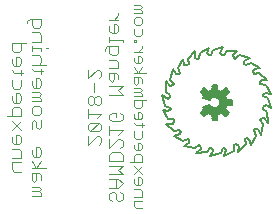
<source format=gbo>
G75*
%MOIN*%
%OFA0B0*%
%FSLAX25Y25*%
%IPPOS*%
%LPD*%
%AMOC8*
5,1,8,0,0,1.08239X$1,22.5*
%
%ADD10C,0.00400*%
%ADD11C,0.00300*%
%ADD12C,0.00787*%
%ADD13C,0.00591*%
D10*
X0024371Y0015291D02*
X0027441Y0015291D01*
X0027441Y0016058D01*
X0026673Y0016825D01*
X0027441Y0017593D01*
X0026673Y0018360D01*
X0024371Y0018360D01*
X0024371Y0016825D02*
X0026673Y0016825D01*
X0025139Y0019895D02*
X0025906Y0020662D01*
X0025906Y0022964D01*
X0026673Y0022964D02*
X0024371Y0022964D01*
X0024371Y0020662D01*
X0025139Y0019895D01*
X0027441Y0020662D02*
X0027441Y0022197D01*
X0026673Y0022964D01*
X0025906Y0024499D02*
X0027441Y0026801D01*
X0025906Y0024499D02*
X0024371Y0026801D01*
X0025139Y0028335D02*
X0026673Y0028335D01*
X0027441Y0029103D01*
X0027441Y0030637D01*
X0026673Y0031404D01*
X0025906Y0031404D01*
X0025906Y0028335D01*
X0025139Y0028335D02*
X0024371Y0029103D01*
X0024371Y0030637D01*
X0020791Y0030254D02*
X0020023Y0031021D01*
X0017721Y0031021D01*
X0018489Y0032555D02*
X0020023Y0032555D01*
X0020791Y0033323D01*
X0020791Y0034857D01*
X0020023Y0035625D01*
X0019256Y0035625D01*
X0019256Y0032555D01*
X0018489Y0032555D02*
X0017721Y0033323D01*
X0017721Y0034857D01*
X0017721Y0037159D02*
X0020791Y0040229D01*
X0020791Y0041763D02*
X0020791Y0044065D01*
X0020023Y0044833D01*
X0018489Y0044833D01*
X0017721Y0044065D01*
X0017721Y0041763D01*
X0016187Y0041763D02*
X0020791Y0041763D01*
X0017721Y0040229D02*
X0020791Y0037159D01*
X0024371Y0037543D02*
X0024371Y0039845D01*
X0025139Y0040612D01*
X0025906Y0039845D01*
X0025906Y0038310D01*
X0026673Y0037543D01*
X0027441Y0038310D01*
X0027441Y0040612D01*
X0026673Y0042147D02*
X0025139Y0042147D01*
X0024371Y0042914D01*
X0024371Y0044449D01*
X0025139Y0045216D01*
X0026673Y0045216D01*
X0027441Y0044449D01*
X0027441Y0042914D01*
X0026673Y0042147D01*
X0020791Y0047135D02*
X0020023Y0046367D01*
X0018489Y0046367D01*
X0017721Y0047135D01*
X0017721Y0048669D01*
X0019256Y0049437D02*
X0019256Y0046367D01*
X0020791Y0047135D02*
X0020791Y0048669D01*
X0020023Y0049437D01*
X0019256Y0049437D01*
X0018489Y0050971D02*
X0017721Y0051738D01*
X0017721Y0054040D01*
X0020791Y0054040D02*
X0020791Y0051738D01*
X0020023Y0050971D01*
X0018489Y0050971D01*
X0024371Y0049820D02*
X0026673Y0049820D01*
X0027441Y0049053D01*
X0026673Y0048286D01*
X0024371Y0048286D01*
X0024371Y0046751D02*
X0027441Y0046751D01*
X0027441Y0047518D01*
X0026673Y0048286D01*
X0026673Y0051355D02*
X0025139Y0051355D01*
X0024371Y0052122D01*
X0024371Y0053657D01*
X0025906Y0054424D02*
X0025906Y0051355D01*
X0026673Y0051355D02*
X0027441Y0052122D01*
X0027441Y0053657D01*
X0026673Y0054424D01*
X0025906Y0054424D01*
X0027441Y0055959D02*
X0027441Y0057493D01*
X0028208Y0056726D02*
X0025139Y0056726D01*
X0024371Y0057493D01*
X0024371Y0059028D02*
X0028975Y0059028D01*
X0027441Y0059795D02*
X0027441Y0061330D01*
X0026673Y0062097D01*
X0024371Y0062097D01*
X0024371Y0063632D02*
X0024371Y0065167D01*
X0024371Y0064399D02*
X0027441Y0064399D01*
X0027441Y0063632D01*
X0028975Y0064399D02*
X0029743Y0064399D01*
X0027441Y0066701D02*
X0024371Y0066701D01*
X0022325Y0066318D02*
X0017721Y0066318D01*
X0017721Y0064016D01*
X0018489Y0063248D01*
X0020023Y0063248D01*
X0020791Y0064016D01*
X0020791Y0066318D01*
X0024371Y0069771D02*
X0026673Y0069771D01*
X0027441Y0069003D01*
X0027441Y0066701D01*
X0026673Y0071305D02*
X0025139Y0071305D01*
X0024371Y0072072D01*
X0024371Y0074374D01*
X0023604Y0074374D02*
X0027441Y0074374D01*
X0027441Y0072072D01*
X0026673Y0071305D01*
X0022837Y0072840D02*
X0022837Y0073607D01*
X0023604Y0074374D01*
X0020023Y0061714D02*
X0019256Y0061714D01*
X0019256Y0058644D01*
X0018489Y0058644D02*
X0020023Y0058644D01*
X0020791Y0059412D01*
X0020791Y0060946D01*
X0020023Y0061714D01*
X0017721Y0060946D02*
X0017721Y0059412D01*
X0018489Y0058644D01*
X0017721Y0057110D02*
X0018489Y0056342D01*
X0021558Y0056342D01*
X0020791Y0055575D02*
X0020791Y0057110D01*
X0026673Y0059028D02*
X0027441Y0059795D01*
X0043046Y0057375D02*
X0043046Y0054440D01*
X0045982Y0057375D01*
X0046716Y0057375D01*
X0047450Y0056641D01*
X0047450Y0055173D01*
X0046716Y0054440D01*
X0045248Y0052956D02*
X0045248Y0050020D01*
X0044514Y0048536D02*
X0043780Y0048536D01*
X0043046Y0047802D01*
X0043046Y0046334D01*
X0043780Y0045600D01*
X0044514Y0045600D01*
X0045248Y0046334D01*
X0045248Y0047802D01*
X0044514Y0048536D01*
X0045248Y0047802D02*
X0045982Y0048536D01*
X0046716Y0048536D01*
X0047450Y0047802D01*
X0047450Y0046334D01*
X0046716Y0045600D01*
X0045982Y0045600D01*
X0045248Y0046334D01*
X0043046Y0044116D02*
X0043046Y0041180D01*
X0043046Y0042648D02*
X0047450Y0042648D01*
X0045982Y0041180D01*
X0046716Y0039696D02*
X0043780Y0039696D01*
X0043046Y0038962D01*
X0043046Y0037494D01*
X0043780Y0036760D01*
X0046716Y0039696D01*
X0047450Y0038962D01*
X0047450Y0037494D01*
X0046716Y0036760D01*
X0043780Y0036760D01*
X0043046Y0035277D02*
X0043046Y0032341D01*
X0045982Y0035277D01*
X0046716Y0035277D01*
X0047450Y0034543D01*
X0047450Y0033075D01*
X0046716Y0032341D01*
X0050246Y0031236D02*
X0050246Y0034172D01*
X0050246Y0035655D02*
X0050246Y0038591D01*
X0050980Y0040075D02*
X0050246Y0040809D01*
X0050246Y0042277D01*
X0050980Y0043011D01*
X0052448Y0043011D01*
X0052448Y0041543D01*
X0053916Y0040075D02*
X0050980Y0040075D01*
X0053916Y0040075D02*
X0054650Y0040809D01*
X0054650Y0042277D01*
X0053916Y0043011D01*
X0054650Y0037123D02*
X0050246Y0037123D01*
X0053182Y0035655D02*
X0054650Y0037123D01*
X0053916Y0034172D02*
X0053182Y0034172D01*
X0050246Y0031236D01*
X0050980Y0029752D02*
X0053916Y0029752D01*
X0054650Y0029018D01*
X0054650Y0026816D01*
X0050246Y0026816D01*
X0050246Y0029018D01*
X0050980Y0029752D01*
X0053916Y0031236D02*
X0054650Y0031970D01*
X0054650Y0033438D01*
X0053916Y0034172D01*
X0054650Y0025332D02*
X0050246Y0025332D01*
X0053182Y0023864D02*
X0054650Y0025332D01*
X0053182Y0023864D02*
X0054650Y0022396D01*
X0050246Y0022396D01*
X0050246Y0020912D02*
X0053182Y0020912D01*
X0054650Y0019444D01*
X0053182Y0017976D01*
X0050246Y0017976D01*
X0050980Y0016492D02*
X0050246Y0015758D01*
X0050246Y0014291D01*
X0050980Y0013557D01*
X0052448Y0014291D02*
X0052448Y0015758D01*
X0051714Y0016492D01*
X0050980Y0016492D01*
X0052448Y0017976D02*
X0052448Y0020912D01*
X0053916Y0016492D02*
X0054650Y0015758D01*
X0054650Y0014291D01*
X0053916Y0013557D01*
X0053182Y0013557D01*
X0052448Y0014291D01*
X0028975Y0024499D02*
X0024371Y0024499D01*
X0020791Y0023348D02*
X0018489Y0023348D01*
X0017721Y0024115D01*
X0017721Y0026417D01*
X0020791Y0026417D01*
X0020791Y0027952D02*
X0017721Y0027952D01*
X0020791Y0027952D02*
X0020791Y0030254D01*
X0050246Y0048915D02*
X0054650Y0048915D01*
X0053182Y0050383D01*
X0054650Y0051851D01*
X0050246Y0051851D01*
X0050980Y0053335D02*
X0051714Y0054069D01*
X0051714Y0056270D01*
X0052448Y0056270D02*
X0050246Y0056270D01*
X0050246Y0054069D01*
X0050980Y0053335D01*
X0053182Y0054069D02*
X0053182Y0055536D01*
X0052448Y0056270D01*
X0053182Y0057754D02*
X0050246Y0057754D01*
X0053182Y0057754D02*
X0053182Y0059956D01*
X0052448Y0060690D01*
X0050246Y0060690D01*
X0050980Y0062174D02*
X0050246Y0062908D01*
X0050246Y0065110D01*
X0049512Y0065110D02*
X0053182Y0065110D01*
X0053182Y0062908D01*
X0052448Y0062174D01*
X0050980Y0062174D01*
X0048779Y0063642D02*
X0048779Y0064376D01*
X0049512Y0065110D01*
X0050246Y0066594D02*
X0050246Y0068062D01*
X0050246Y0067328D02*
X0054650Y0067328D01*
X0054650Y0066594D01*
X0052448Y0069540D02*
X0050980Y0069540D01*
X0050246Y0070274D01*
X0050246Y0071742D01*
X0051714Y0072476D02*
X0051714Y0069540D01*
X0052448Y0069540D02*
X0053182Y0070274D01*
X0053182Y0071742D01*
X0052448Y0072476D01*
X0051714Y0072476D01*
X0051714Y0073960D02*
X0053182Y0075428D01*
X0053182Y0076162D01*
X0053182Y0073960D02*
X0050246Y0073960D01*
D11*
X0058396Y0074250D02*
X0058396Y0072949D01*
X0059047Y0072299D01*
X0060348Y0072299D01*
X0060999Y0072949D01*
X0060999Y0074250D01*
X0060348Y0074901D01*
X0059047Y0074901D01*
X0058396Y0074250D01*
X0058396Y0076166D02*
X0060999Y0076166D01*
X0060999Y0076817D01*
X0060348Y0077467D01*
X0060999Y0078118D01*
X0060348Y0078768D01*
X0058396Y0078768D01*
X0058396Y0077467D02*
X0060348Y0077467D01*
X0060999Y0071034D02*
X0060999Y0069082D01*
X0060348Y0068431D01*
X0059047Y0068431D01*
X0058396Y0069082D01*
X0058396Y0071034D01*
X0058396Y0067148D02*
X0058396Y0066498D01*
X0059047Y0066498D01*
X0059047Y0067148D01*
X0058396Y0067148D01*
X0060999Y0065227D02*
X0060999Y0064576D01*
X0059698Y0063275D01*
X0059698Y0062010D02*
X0059698Y0059408D01*
X0060348Y0059408D02*
X0059047Y0059408D01*
X0058396Y0060058D01*
X0058396Y0061359D01*
X0059698Y0062010D02*
X0060348Y0062010D01*
X0060999Y0061359D01*
X0060999Y0060058D01*
X0060348Y0059408D01*
X0060999Y0058137D02*
X0059698Y0056185D01*
X0058396Y0058137D01*
X0058396Y0056185D02*
X0062300Y0056185D01*
X0060999Y0054269D02*
X0060348Y0054920D01*
X0058396Y0054920D01*
X0058396Y0052968D01*
X0059047Y0052318D01*
X0059698Y0052968D01*
X0059698Y0054920D01*
X0060999Y0054269D02*
X0060999Y0052968D01*
X0060348Y0051053D02*
X0058396Y0051053D01*
X0058396Y0049752D02*
X0060348Y0049752D01*
X0060999Y0050402D01*
X0060348Y0051053D01*
X0060348Y0049752D02*
X0060999Y0049101D01*
X0060999Y0048450D01*
X0058396Y0048450D01*
X0058396Y0047185D02*
X0058396Y0045234D01*
X0059047Y0044583D01*
X0060348Y0044583D01*
X0060999Y0045234D01*
X0060999Y0047185D01*
X0062300Y0047185D02*
X0058396Y0047185D01*
X0059698Y0043318D02*
X0059698Y0040716D01*
X0060348Y0040716D02*
X0059047Y0040716D01*
X0058396Y0041366D01*
X0058396Y0042667D01*
X0059698Y0043318D02*
X0060348Y0043318D01*
X0060999Y0042667D01*
X0060999Y0041366D01*
X0060348Y0040716D01*
X0060999Y0039439D02*
X0060999Y0038138D01*
X0061649Y0038788D02*
X0059047Y0038788D01*
X0058396Y0039439D01*
X0058396Y0036873D02*
X0058396Y0034921D01*
X0059047Y0034270D01*
X0060348Y0034270D01*
X0060999Y0034921D01*
X0060999Y0036873D01*
X0060348Y0033005D02*
X0059698Y0033005D01*
X0059698Y0030403D01*
X0060348Y0030403D02*
X0059047Y0030403D01*
X0058396Y0031054D01*
X0058396Y0032355D01*
X0060348Y0033005D02*
X0060999Y0032355D01*
X0060999Y0031054D01*
X0060348Y0030403D01*
X0060348Y0029138D02*
X0059047Y0029138D01*
X0058396Y0028487D01*
X0058396Y0026536D01*
X0058396Y0025271D02*
X0060999Y0022668D01*
X0060348Y0021403D02*
X0059698Y0021403D01*
X0059698Y0018801D01*
X0060348Y0018801D02*
X0059047Y0018801D01*
X0058396Y0019452D01*
X0058396Y0020753D01*
X0060348Y0021403D02*
X0060999Y0020753D01*
X0060999Y0019452D01*
X0060348Y0018801D01*
X0060348Y0017536D02*
X0058396Y0017536D01*
X0060348Y0017536D02*
X0060999Y0016885D01*
X0060999Y0014934D01*
X0058396Y0014934D01*
X0058396Y0013669D02*
X0060999Y0013669D01*
X0058396Y0013669D02*
X0058396Y0011717D01*
X0059047Y0011067D01*
X0060999Y0011067D01*
X0058396Y0022668D02*
X0060999Y0025271D01*
X0060999Y0026536D02*
X0060999Y0028487D01*
X0060348Y0029138D01*
X0060999Y0026536D02*
X0057095Y0026536D01*
X0058396Y0063275D02*
X0060999Y0063275D01*
D12*
X0071370Y0057495D02*
X0070539Y0054007D01*
X0071634Y0052641D01*
X0071620Y0052608D01*
X0071486Y0052269D01*
X0071474Y0052235D01*
X0070478Y0051995D01*
X0069100Y0053466D01*
X0069173Y0049885D01*
X0070601Y0048821D01*
X0070593Y0048772D01*
X0070531Y0048274D01*
X0070527Y0048224D01*
X0069610Y0047708D01*
X0067900Y0048753D01*
X0068915Y0045315D01*
X0070601Y0044650D01*
X0070605Y0044614D01*
X0070656Y0044255D01*
X0070662Y0044220D01*
X0069875Y0043457D01*
X0067949Y0044041D01*
X0069807Y0040984D01*
X0071628Y0040781D01*
X0071646Y0040738D01*
X0071829Y0040312D01*
X0071849Y0040271D01*
X0071271Y0039311D01*
X0069253Y0039366D01*
X0071849Y0036905D01*
X0073695Y0037195D01*
X0073715Y0037169D01*
X0073925Y0036901D01*
X0073947Y0036875D01*
X0073627Y0035767D01*
X0071665Y0035306D01*
X0074802Y0033596D01*
X0076518Y0034353D01*
X0076524Y0034359D01*
X0076558Y0034334D01*
X0076890Y0034082D01*
X0076924Y0034058D01*
X0076906Y0032882D01*
X0075134Y0031923D01*
X0078616Y0031092D01*
X0080074Y0032280D01*
X0080086Y0032292D01*
X0080109Y0032283D01*
X0080334Y0032191D01*
X0080357Y0032181D01*
X0080640Y0031025D01*
X0079170Y0029647D01*
X0082750Y0029721D01*
X0083863Y0031234D01*
X0083876Y0031265D01*
X0083916Y0031259D01*
X0084316Y0031208D01*
X0084356Y0031203D01*
X0084934Y0030151D01*
X0083876Y0028441D01*
X0087296Y0029456D01*
X0087960Y0031209D01*
X0087960Y0031240D01*
X0087999Y0031243D01*
X0088156Y0031262D01*
X0088299Y0031285D01*
X0088329Y0031289D01*
X0089166Y0030422D01*
X0088588Y0028496D01*
X0091645Y0030354D01*
X0091854Y0032218D01*
X0091848Y0032236D01*
X0091887Y0032252D01*
X0092260Y0032410D01*
X0092297Y0032427D01*
X0093318Y0031812D01*
X0093263Y0029800D01*
X0095724Y0032397D01*
X0095434Y0034254D01*
X0095428Y0034266D01*
X0095454Y0034285D01*
X0095710Y0034487D01*
X0095736Y0034506D01*
X0096862Y0034181D01*
X0097323Y0032218D01*
X0099033Y0035355D01*
X0098289Y0037053D01*
X0098316Y0037087D01*
X0098582Y0037436D01*
X0098609Y0037472D01*
X0099759Y0037453D01*
X0100719Y0035681D01*
X0101549Y0039163D01*
X0100393Y0040590D01*
X0100405Y0040618D01*
X0100517Y0040891D01*
X0100528Y0040917D01*
X0101611Y0041181D01*
X0102989Y0039711D01*
X0102915Y0043291D01*
X0101463Y0044367D01*
X0101471Y0044417D01*
X0101532Y0044903D01*
X0101537Y0044952D01*
X0102491Y0045481D01*
X0104200Y0044423D01*
X0103185Y0047855D01*
X0101525Y0048495D01*
X0101520Y0048537D01*
X0101465Y0048946D01*
X0101457Y0048987D01*
X0102220Y0049713D01*
X0104145Y0049135D01*
X0102287Y0052198D01*
X0100553Y0052401D01*
X0100533Y0052451D01*
X0100328Y0052947D01*
X0100307Y0052998D01*
X0100830Y0053872D01*
X0102841Y0053816D01*
X0100239Y0056283D01*
X0098535Y0056025D01*
X0098507Y0056062D01*
X0098226Y0056420D01*
X0098197Y0056455D01*
X0098473Y0057409D01*
X0100430Y0057876D01*
X0097292Y0059587D01*
X0095724Y0058910D01*
X0095679Y0058945D01*
X0095216Y0059294D01*
X0095170Y0059328D01*
X0095182Y0060300D01*
X0096948Y0061266D01*
X0093460Y0062096D01*
X0092149Y0061038D01*
X0092109Y0061055D01*
X0091716Y0061214D01*
X0091676Y0061229D01*
X0091455Y0062152D01*
X0092925Y0063530D01*
X0089344Y0063456D01*
X0088342Y0062109D01*
X0088282Y0062116D01*
X0087688Y0062195D01*
X0087628Y0062201D01*
X0087173Y0063031D01*
X0088225Y0064741D01*
X0084792Y0063726D01*
X0084177Y0062164D01*
X0084128Y0062158D01*
X0083636Y0062090D01*
X0083587Y0062084D01*
X0082935Y0062767D01*
X0083513Y0064692D01*
X0080449Y0062828D01*
X0080253Y0061161D01*
X0080197Y0061138D01*
X0079648Y0060905D01*
X0079594Y0060878D01*
X0078776Y0061371D01*
X0078831Y0063382D01*
X0076365Y0060780D01*
X0076623Y0059094D01*
X0076585Y0059065D01*
X0076211Y0058773D01*
X0076174Y0058744D01*
X0075239Y0059014D01*
X0074771Y0060977D01*
X0073055Y0057833D01*
X0073738Y0056252D01*
X0073704Y0056208D01*
X0073370Y0055763D01*
X0073338Y0055717D01*
X0072341Y0055729D01*
X0071370Y0057495D01*
D13*
X0080693Y0050036D02*
X0081711Y0051054D01*
X0083195Y0049843D01*
X0083793Y0050151D01*
X0084433Y0050356D01*
X0084627Y0052261D01*
X0086066Y0052261D01*
X0086260Y0050356D01*
X0086900Y0050151D01*
X0087498Y0049843D01*
X0088982Y0051054D01*
X0090000Y0050036D01*
X0088790Y0048552D01*
X0089098Y0047954D01*
X0089303Y0047313D01*
X0091208Y0047120D01*
X0091208Y0045680D01*
X0089303Y0045487D01*
X0089098Y0044846D01*
X0088790Y0044248D01*
X0090000Y0042764D01*
X0088982Y0041746D01*
X0087498Y0042957D01*
X0086900Y0042649D01*
X0086260Y0042444D01*
X0086066Y0040539D01*
X0084627Y0040539D01*
X0084433Y0042444D01*
X0083793Y0042649D01*
X0083195Y0042957D01*
X0081711Y0041746D01*
X0080693Y0042764D01*
X0081903Y0044248D01*
X0081595Y0044846D01*
X0083641Y0045694D01*
X0083853Y0045315D01*
X0084148Y0044997D01*
X0084509Y0044755D01*
X0084916Y0044605D01*
X0085346Y0044554D01*
X0085785Y0044607D01*
X0086198Y0044763D01*
X0086563Y0045012D01*
X0086858Y0045341D01*
X0087066Y0045731D01*
X0087176Y0046159D01*
X0087180Y0046601D01*
X0087080Y0047031D01*
X0086880Y0047425D01*
X0086593Y0047760D01*
X0086234Y0048018D01*
X0085824Y0048182D01*
X0085387Y0048245D01*
X0084947Y0048201D01*
X0084530Y0048055D01*
X0084160Y0047814D01*
X0083858Y0047491D01*
X0083641Y0047106D01*
X0081595Y0047954D01*
X0081903Y0048552D01*
X0080693Y0050036D01*
X0080746Y0050089D02*
X0082893Y0050089D01*
X0083672Y0050089D02*
X0087021Y0050089D01*
X0087799Y0050089D02*
X0089947Y0050089D01*
X0089563Y0049500D02*
X0081130Y0049500D01*
X0081610Y0048911D02*
X0089083Y0048911D01*
X0088908Y0048322D02*
X0081785Y0048322D01*
X0082129Y0047733D02*
X0084084Y0047733D01*
X0083662Y0047144D02*
X0083551Y0047144D01*
X0083819Y0045377D02*
X0082876Y0045377D01*
X0081625Y0044787D02*
X0084461Y0044787D01*
X0086234Y0044787D02*
X0089067Y0044787D01*
X0089268Y0045377D02*
X0086877Y0045377D01*
X0087126Y0045966D02*
X0091208Y0045966D01*
X0091208Y0046555D02*
X0087180Y0046555D01*
X0087023Y0047144D02*
X0090971Y0047144D01*
X0089168Y0047733D02*
X0086616Y0047733D01*
X0086227Y0050678D02*
X0084466Y0050678D01*
X0084526Y0051267D02*
X0086167Y0051267D01*
X0086107Y0051856D02*
X0084586Y0051856D01*
X0082171Y0050678D02*
X0081335Y0050678D01*
X0088522Y0050678D02*
X0089358Y0050678D01*
X0088831Y0044198D02*
X0081862Y0044198D01*
X0081382Y0043609D02*
X0089311Y0043609D01*
X0089791Y0043020D02*
X0080902Y0043020D01*
X0081026Y0042431D02*
X0082550Y0042431D01*
X0081828Y0041842D02*
X0081615Y0041842D01*
X0084494Y0041842D02*
X0086199Y0041842D01*
X0086139Y0041253D02*
X0084554Y0041253D01*
X0084614Y0040664D02*
X0086079Y0040664D01*
X0088865Y0041842D02*
X0089078Y0041842D01*
X0089667Y0042431D02*
X0088142Y0042431D01*
X0086259Y0042431D02*
X0084434Y0042431D01*
M02*

</source>
